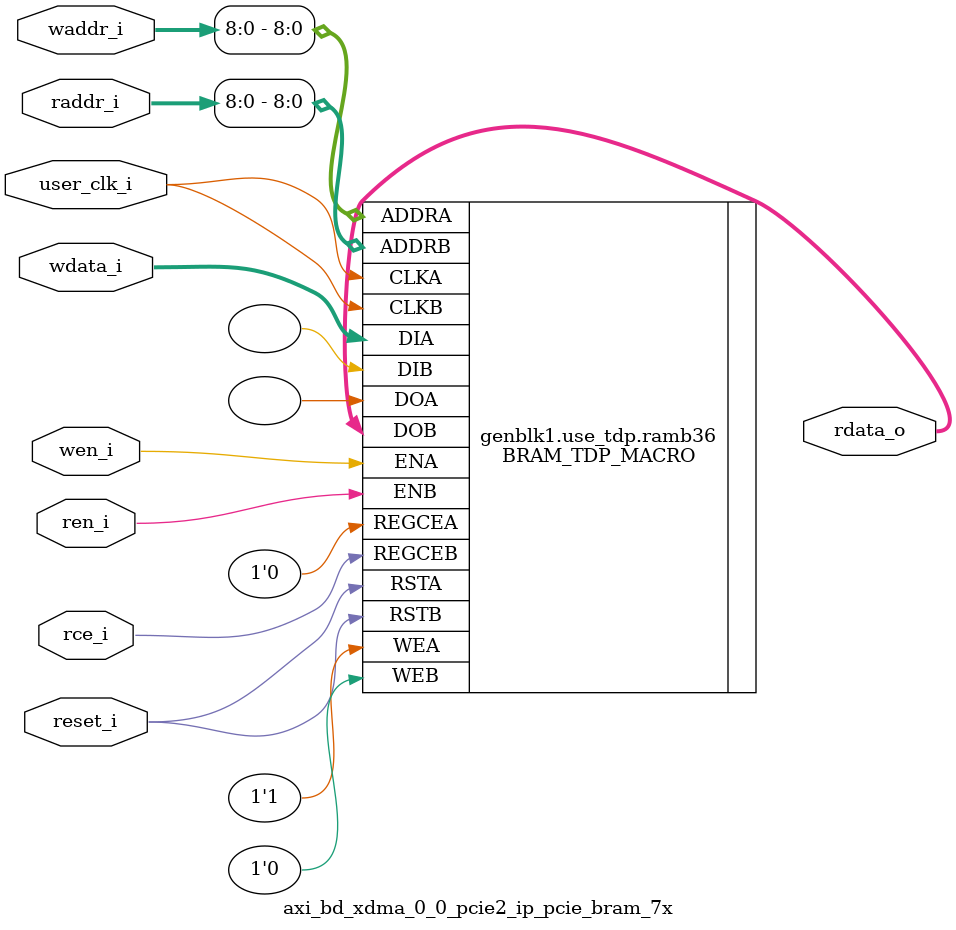
<source format=v>

`timescale 1ps/1ps

(* DowngradeIPIdentifiedWarnings = "yes" *)
module axi_bd_xdma_0_0_pcie2_ip_pcie_bram_7x
  #(
    parameter [3:0]  LINK_CAP_MAX_LINK_SPEED = 4'h1,        // PCIe Link Speed : 1 - 2.5 GT/s; 2 - 5.0 GT/s
    parameter [5:0]  LINK_CAP_MAX_LINK_WIDTH = 6'h08,       // PCIe Link Width : 1 / 2 / 4 / 8
    parameter IMPL_TARGET = "HARD",                         // the implementation target : HARD, SOFT
    parameter DOB_REG = 0,                                  // 1 - use the output register;
                                                            // 0 - don't use the output register
    parameter WIDTH = 0                                     // supported WIDTH's : 4, 9, 18, 36 - uses RAMB36
                                                            //                     72 - uses RAMB36SDP
    )
    (
     input               user_clk_i,// user clock
     input               reset_i,   // bram reset

     input               wen_i,     // write enable
     input [12:0]        waddr_i,   // write address
     input [WIDTH - 1:0] wdata_i,   // write data

     input               ren_i,     // read enable
     input               rce_i,     // output register clock enable
     input [12:0]        raddr_i,   // read address

     output [WIDTH - 1:0] rdata_o   // read data
     );

   // map the address bits
   localparam ADDR_MSB = ((WIDTH == 4)  ? 12 :
                          (WIDTH == 9)  ? 11 :
                          (WIDTH == 18) ? 10 :
                          (WIDTH == 36) ?  9 :
                                           8
                          );

   // set the width of the tied off low address bits
   localparam ADDR_LO_BITS = ((WIDTH == 4)  ? 2 :
                              (WIDTH == 9)  ? 3 :
                              (WIDTH == 18) ? 4 :
                              (WIDTH == 36) ? 5 :
                                              0 // for WIDTH 72 use RAMB36SDP
                              );

   // map the data bits
   localparam D_MSB =  ((WIDTH == 4)  ?  3 :
                        (WIDTH == 9)  ?  7 :
                        (WIDTH == 18) ? 15 :
                        (WIDTH == 36) ? 31 :
                                        63
                        );

   // map the data parity bits
   localparam DP_LSB =  D_MSB + 1;

   localparam DP_MSB =  ((WIDTH == 4)  ? 4 :
                         (WIDTH == 9)  ? 8 :
                         (WIDTH == 18) ? 17 :
                         (WIDTH == 36) ? 35 :
                                         71
                        );

   localparam DPW = DP_MSB - DP_LSB + 1;
   localparam WRITE_MODE = ((WIDTH == 72) && (!((LINK_CAP_MAX_LINK_SPEED == 4'h2) && (LINK_CAP_MAX_LINK_WIDTH == 6'h08)))) ? "WRITE_FIRST" :
                           ((LINK_CAP_MAX_LINK_SPEED == 4'h2) && (LINK_CAP_MAX_LINK_WIDTH == 6'h08)) ? "WRITE_FIRST" : "NO_CHANGE";

   localparam DEVICE = (IMPL_TARGET == "HARD") ? "7SERIES" : "VIRTEX6";
   localparam BRAM_SIZE = "36Kb";

   localparam WE_WIDTH =(DEVICE == "VIRTEX5" || DEVICE == "VIRTEX6" || DEVICE == "7SERIES") ?
                            ((WIDTH <= 9) ? 1 :
                             (WIDTH > 9 && WIDTH <= 18) ? 2 :
                             (WIDTH > 18 && WIDTH <= 36) ? 4 :
                             (WIDTH > 36 && WIDTH <= 72) ? 8 :
                             (BRAM_SIZE == "18Kb") ? 4 : 8 ) : 8;

   //synthesis translate_off
   initial begin
      //$display("[%t] %m DOB_REG %0d WIDTH %0d ADDR_MSB %0d ADDR_LO_BITS %0d DP_MSB %0d DP_LSB %0d D_MSB %0d",
      //          $time, DOB_REG,   WIDTH,    ADDR_MSB,    ADDR_LO_BITS,    DP_MSB,    DP_LSB,    D_MSB);

      case (WIDTH)
        4,9,18,36,72:;
        default:
          begin
             $display("[%t] %m Error WIDTH %0d not supported", $time, WIDTH);
             $finish;
          end
      endcase // case (WIDTH)
   end
   //synthesis translate_on

   generate
   if ((LINK_CAP_MAX_LINK_WIDTH == 6'h08 && LINK_CAP_MAX_LINK_SPEED == 4'h2) || (WIDTH == 72)) begin : use_sdp
        BRAM_SDP_MACRO #(
               .DEVICE        (DEVICE),
               .BRAM_SIZE     (BRAM_SIZE),
               .DO_REG        (DOB_REG),
               .READ_WIDTH    (WIDTH),
               .WRITE_WIDTH   (WIDTH),
               .WRITE_MODE    (WRITE_MODE)
               )
        ramb36sdp(
               .DO             (rdata_o[WIDTH-1:0]),
               .DI             (wdata_i[WIDTH-1:0]),
               .RDADDR         (raddr_i[ADDR_MSB:0]),
               .RDCLK          (user_clk_i),
               .RDEN           (ren_i),
               .REGCE          (rce_i),
               .RST            (reset_i),
               .WE             ({WE_WIDTH{1'b1}}),
               .WRADDR         (waddr_i[ADDR_MSB:0]),
               .WRCLK          (user_clk_i),
               .WREN           (wen_i)
               );

    end  // block: use_sdp
    else if (WIDTH <= 36) begin : use_tdp
    // use RAMB36's if the width is 4, 9, 18, or 36
        BRAM_TDP_MACRO #(
               .DEVICE        (DEVICE),
               .BRAM_SIZE     (BRAM_SIZE),
               .DOA_REG       (0),
               .DOB_REG       (DOB_REG),
               .READ_WIDTH_A  (WIDTH),
               .READ_WIDTH_B  (WIDTH),
               .WRITE_WIDTH_A (WIDTH),
               .WRITE_WIDTH_B (WIDTH),
               .WRITE_MODE_A  (WRITE_MODE)
               )
        ramb36(
               .DOA            (),
               .DOB            (rdata_o[WIDTH-1:0]),
               .ADDRA          (waddr_i[ADDR_MSB:0]),
               .ADDRB          (raddr_i[ADDR_MSB:0]),
               .CLKA           (user_clk_i),
               .CLKB           (user_clk_i),
               .DIA            (wdata_i[WIDTH-1:0]),
               .DIB            ({WIDTH{1'b0}}),
               .ENA            (wen_i),
               .ENB            (ren_i),
               .REGCEA         (1'b0),
               .REGCEB         (rce_i),
               .RSTA           (reset_i),
               .RSTB           (reset_i),
               .WEA            ({WE_WIDTH{1'b1}}),
               .WEB            ({WE_WIDTH{1'b0}})
               );
   end // block: use_tdp
   endgenerate

endmodule // pcie_bram_7x


</source>
